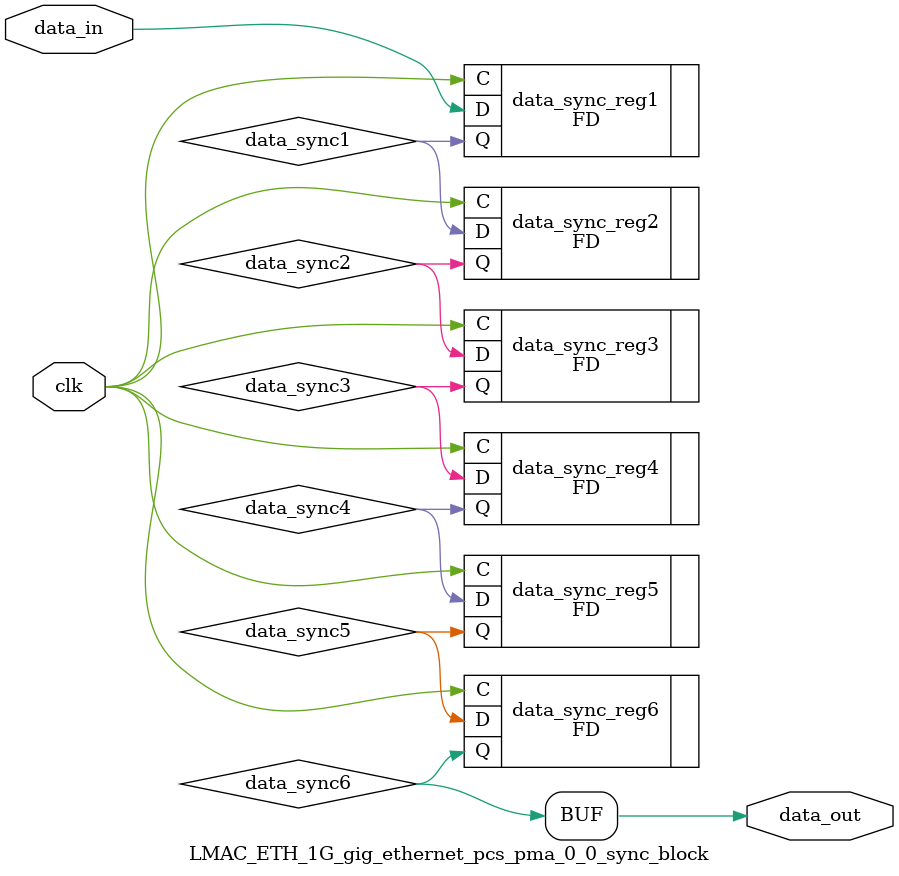
<source format=v>

`timescale 1ps / 1ps

module LMAC_ETH_1G_gig_ethernet_pcs_pma_0_0_sync_block #(
  parameter INITIALISE = 2'b00
)
(
  input        clk,              // clock to be sync'ed to
  input        data_in,          // Data to be 'synced'
  output       data_out          // synced data
);

  // Internal Signals
  wire data_sync1;
  wire data_sync2;
  wire data_sync3;
  wire data_sync4;
  wire data_sync5;
  wire data_sync6;


  (* shreg_extract = "no", ASYNC_REG = "TRUE" *)
  FD #(
    .INIT (INITIALISE[0])
  ) data_sync_reg1 (
    .C  (clk),
    .D  (data_in),
    .Q  (data_sync1)
  );


  (* shreg_extract = "no", ASYNC_REG = "TRUE" *)
  FD #(
   .INIT (INITIALISE[1])
  ) data_sync_reg2 (
  .C  (clk),
  .D  (data_sync1),
  .Q  (data_sync2)
  );


  (* shreg_extract = "no", ASYNC_REG = "TRUE" *)
  FD #(
   .INIT (INITIALISE[1])
  ) data_sync_reg3 (
  .C  (clk),
  .D  (data_sync2),
  .Q  (data_sync3)
  );

  (* shreg_extract = "no", ASYNC_REG = "TRUE" *)
  FD #(
   .INIT (INITIALISE[1])
  ) data_sync_reg4 (
  .C  (clk),
  .D  (data_sync3),
  .Q  (data_sync4)
  );

  (* shreg_extract = "no", ASYNC_REG = "TRUE" *)
  FD #(
   .INIT (INITIALISE[1])
  ) data_sync_reg5 (
  .C  (clk),
  .D  (data_sync4),
  .Q  (data_sync5)
  );

  (* shreg_extract = "no", ASYNC_REG = "TRUE" *)
  FD #(
   .INIT (INITIALISE[1])
  ) data_sync_reg6 (
  .C  (clk),
  .D  (data_sync5),
  .Q  (data_sync6)
  );
  assign data_out = data_sync6;


endmodule



</source>
